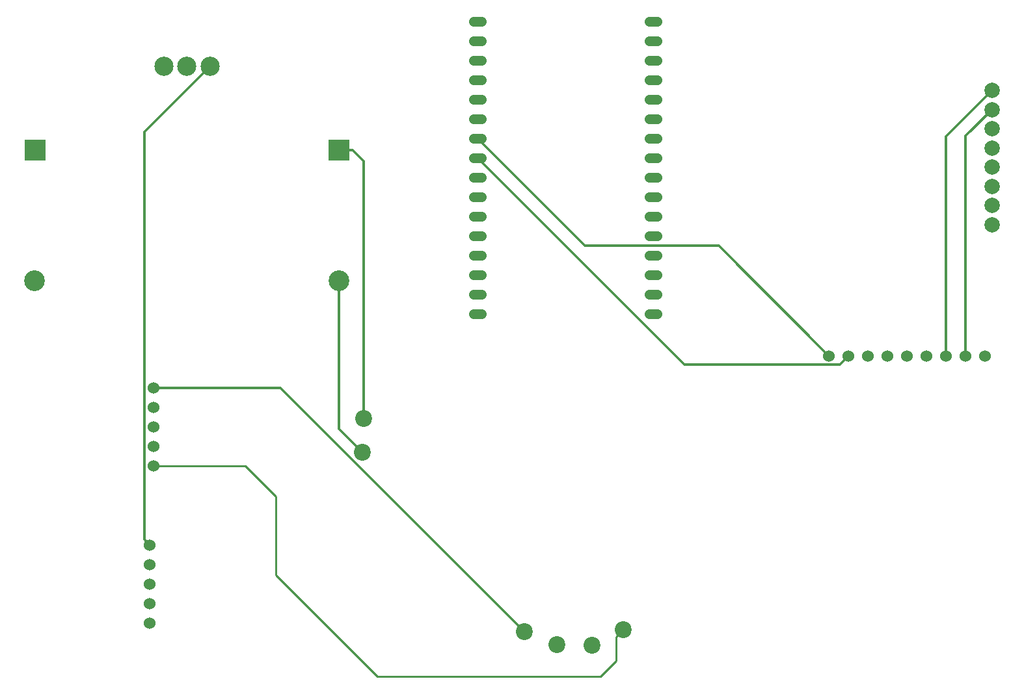
<source format=gbl>
G04 Layer: BottomLayer*
G04 EasyEDA v6.3.43, 2020-05-15T22:20:22+02:00*
G04 2a45f1baba6d49658d6ac03e146227c1,5baed10d790843e69a81d1d62c5cb733,10*
G04 Gerber Generator version 0.2*
G04 Scale: 100 percent, Rotated: No, Reflected: No *
G04 Dimensions in millimeters *
G04 leading zeros omitted , absolute positions ,3 integer and 3 decimal *
%FSLAX33Y33*%
%MOMM*%
G90*
G71D02*

%ADD10C,0.254000*%
%ADD11C,0.299999*%
%ADD14C,1.524000*%
%ADD15C,2.499995*%
%ADD16C,2.199996*%
%ADD17C,1.999996*%
%ADD18C,2.700020*%
%ADD19R,2.700020X2.700020*%
%ADD20C,1.270000*%

%LPD*%
G54D10*
G01X26543Y32004D02*
G01X38481Y32004D01*
G01X42418Y28067D01*
G01X42418Y17780D01*
G01X55626Y4572D01*
G01X84709Y4572D01*
G01X86741Y6604D01*
G01X86741Y9779D01*
G01X87630Y10668D01*
G54D11*
G01X33893Y84046D02*
G01X25344Y75496D01*
G01X25344Y22407D01*
G01X26035Y21717D01*
G01X114427Y46355D02*
G01X100076Y60706D01*
G01X82677Y60706D01*
G01X68707Y74676D01*
G01X129667Y46355D02*
G01X129667Y74963D01*
G01X135646Y80939D01*
G01X135646Y78440D02*
G01X132207Y75003D01*
G01X132207Y46355D01*
G01X52407Y73136D02*
G01X53848Y71696D01*
G01X53848Y38227D01*
G01X50706Y73136D02*
G01X52407Y73136D01*
G01X50706Y56121D02*
G01X50706Y36796D01*
G01X53721Y33782D01*
G01X74803Y10414D02*
G01X43053Y42164D01*
G01X26543Y42164D01*
G01X68707Y72136D02*
G01X95603Y45239D01*
G01X115851Y45239D01*
G01X116967Y46355D01*
G54D14*
G01X26035Y21717D03*
G01X26035Y19177D03*
G01X26035Y16637D03*
G01X26035Y14097D03*
G01X26035Y11557D03*
G01X26543Y42164D03*
G01X26543Y39624D03*
G01X26543Y37084D03*
G01X26543Y34544D03*
G01X26543Y32004D03*
G54D15*
G01X33893Y84046D03*
G01X30894Y84046D03*
G01X27894Y84046D03*
G54D16*
G01X74803Y10414D03*
G01X53721Y33782D03*
G01X53848Y38227D03*
G01X78994Y8763D03*
G01X83566Y8636D03*
G01X87630Y10668D03*
G54D17*
G01X135645Y63439D03*
G01X135645Y65939D03*
G01X135645Y68441D03*
G01X135645Y70940D03*
G01X135645Y73439D03*
G01X135645Y75939D03*
G01X135645Y80940D03*
G01X135645Y78441D03*
G54D18*
G01X11076Y56116D03*
G54D19*
G01X11107Y73197D03*
G01X50705Y73137D03*
G54D18*
G01X50706Y56121D03*
G54D14*
G01X116967Y46355D03*
G01X119507Y46355D03*
G01X122047Y46355D03*
G01X124587Y46355D03*
G01X127127Y46355D03*
G01X129667Y46355D03*
G01X132207Y46355D03*
G01X134747Y46355D03*
G01X114427Y46355D03*
G54D20*
G01X91059Y59436D02*
G01X92075Y59436D01*
G01X91059Y61976D02*
G01X92075Y61976D01*
G01X91059Y64516D02*
G01X92075Y64516D01*
G01X91059Y67056D02*
G01X92075Y67056D01*
G01X91059Y51816D02*
G01X92075Y51816D01*
G01X91059Y69596D02*
G01X92075Y69596D01*
G01X91059Y72136D02*
G01X92075Y72136D01*
G01X91059Y87376D02*
G01X92075Y87376D01*
G01X91059Y74676D02*
G01X92075Y74676D01*
G01X68199Y54356D02*
G01X69215Y54356D01*
G01X91059Y56896D02*
G01X92075Y56896D01*
G01X91059Y77216D02*
G01X92075Y77216D01*
G01X91059Y84836D02*
G01X92075Y84836D01*
G01X91059Y79756D02*
G01X92075Y79756D01*
G01X91059Y82296D02*
G01X92075Y82296D01*
G01X91059Y89916D02*
G01X92075Y89916D01*
G01X68199Y89916D02*
G01X69215Y89916D01*
G01X68199Y87376D02*
G01X69215Y87376D01*
G01X68199Y84836D02*
G01X69215Y84836D01*
G01X68199Y82296D02*
G01X69215Y82296D01*
G01X68199Y79756D02*
G01X69215Y79756D01*
G01X68199Y77216D02*
G01X69215Y77216D01*
G01X68199Y74676D02*
G01X69215Y74676D01*
G01X91059Y54356D02*
G01X92075Y54356D01*
G01X68199Y56896D02*
G01X69215Y56896D01*
G01X68199Y59436D02*
G01X69215Y59436D01*
G01X68199Y61976D02*
G01X69215Y61976D01*
G01X68199Y64516D02*
G01X69215Y64516D01*
G01X68199Y67056D02*
G01X69215Y67056D01*
G01X68199Y69596D02*
G01X69215Y69596D01*
G01X68199Y72136D02*
G01X69215Y72136D01*
G01X68199Y51816D02*
G01X69215Y51816D01*
M00*
M02*

</source>
